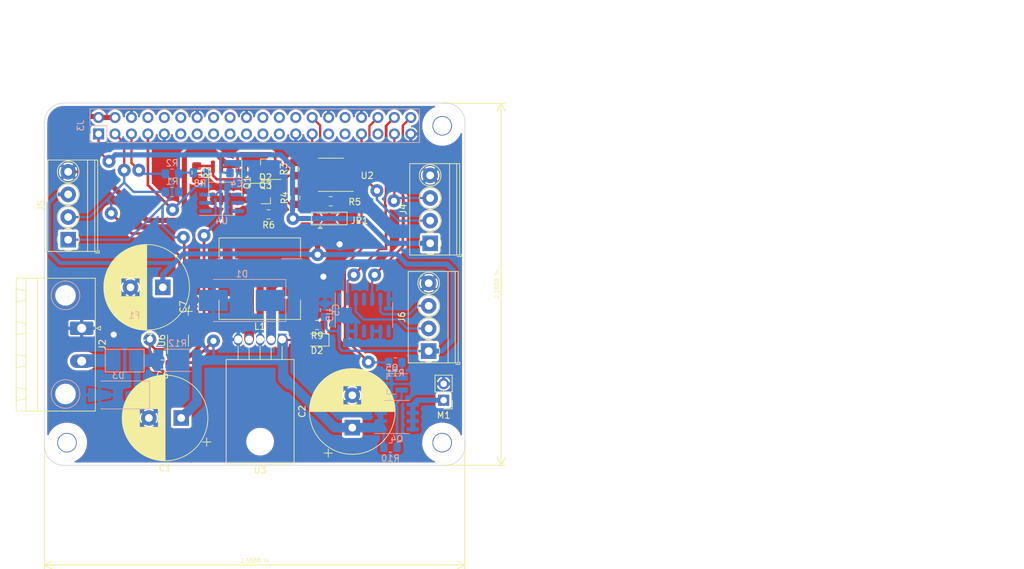
<source format=kicad_pcb>
(kicad_pcb (version 20171130) (host pcbnew "(5.1.2)-1")
  (layers (0 F.Cu signal) (31 B.Cu signal) (34 B.Paste user) (35 F.Paste user) (36 B.SilkS user) (37 F.SilkS user) (38 B.Mask user) (39 F.Mask user) (44 Edge.Cuts user))
  (net 0 "")
  (net 1 GND)
  (net 2 /ID_SD_EEPROM)
  (net 3 /ID_SC_EEPROM)
  (net 4 "Net-(Q2-Pad1)")
  (net 5 /P5V_HAT)
  (net 6 "Net-(J3-Pad8)")
  (net 7 "Net-(J3-Pad10)")
  (net 8 "Net-(J3-Pad11)")
  (net 9 "Net-(J3-Pad12)")
  (net 10 "Net-(J3-Pad13)")
  (net 11 "Net-(J3-Pad15)")
  (net 12 "Net-(J3-Pad16)")
  (net 13 "Net-(J3-Pad17)")
  (net 14 "Net-(J3-Pad18)")
  (net 15 "Net-(J3-Pad19)")
  (net 16 "Net-(J3-Pad21)")
  (net 17 "Net-(J3-Pad22)")
  (net 18 "Net-(J3-Pad23)")
  (net 19 "Net-(J3-Pad24)")
  (net 20 "Net-(J3-Pad26)")
  (net 21 "Net-(J3-Pad29)")
  (net 22 "Net-(J3-Pad31)")
  (net 23 "Net-(J3-Pad32)")
  (net 24 "Net-(J3-Pad35)")
  (net 25 +24V)
  (net 26 +5V)
  (net 27 +3V3)
  (net 28 "Net-(C6-Pad2)")
  (net 29 "Net-(D1-Pad1)")
  (net 30 "/Hat power/VIN")
  (net 31 "Net-(D2-Pad1)")
  (net 32 /SDA)
  (net 33 /SCL)
  (net 34 /temp)
  (net 35 /PWM_FAN)
  (net 36 /GPIO16)
  (net 37 /GPIO26)
  (net 38 /LED_MOSI)
  (net 39 /LED_SCLK)
  (net 40 /DotStar_clock)
  (net 41 /Dotstar_data)
  (net 42 "Net-(JP1-Pad2)")
  (net 43 "Net-(M1-Pad1)")
  (net 44 "Net-(Q1-Pad4)")
  (net 45 "Net-(Q4-Pad4)")
  (net 46 "Net-(Q5-Pad1)")
  (net 47 "Net-(R5-Pad1)")
  (net 48 "Net-(U4-Pad8)")
  (net 49 "Net-(U4-Pad7)")
  (net 50 "Net-(U4-Pad6)")
  (net 51 "Net-(U4-Pad2)")
  (net 52 "Net-(U4-Pad1)")
  (net 53 "Net-(U5-Pad11)")
  (net 54 "Net-(U5-Pad8)")
  (net 55 "Net-(U5-Pad4)")
  (net 56 "Net-(U5-Pad1)")
  (module Diode_SMD:D_SMA-SMB_Universal_Handsoldering (layer B.Cu) (at 89.9668 105.9434 180)
    (fp_text reference D3 (at 0 3) (layer B.SilkS) (effects (justify mirror)))
    (fp_text value D_Schottky)
    (pad 2 smd trapezoid (at 2.9 0) (size 3.6 1.7) (rect_delta 0.6 0) (layers B.Cu B.Paste B.Mask) (net 1 GND))
    (pad 1 smd trapezoid (at -2.9 0 180) (size 3.6 1.7) (rect_delta 0.6 0) (layers B.Cu B.Paste B.Mask) (net 28 "Net-(C6-Pad2)"))
  )
  (module Package_TO_SOT_SMD:SOT-23_Handsoldering (layer B.Cu) (at 132.2578 104.2416 180)
    (fp_text reference Q5 (at 0 2.5) (layer B.SilkS) (effects (justify mirror)))
    (fp_text value BSS138)
    (pad 3 smd rect (at 1.5 0 180) (size 1.9 0.8) (layers B.Cu B.Paste B.Mask) (net 1 GND))
    (pad 2 smd rect (at -1.5 -0.95 180) (size 1.9 0.8) (layers B.Cu B.Paste B.Mask) (net 45 "Net-(Q4-Pad4)"))
    (pad 1 smd rect (at -1.5 0.95 180) (size 1.9 0.8) (layers B.Cu B.Paste B.Mask) (net 46 "Net-(Q5-Pad1)"))
  )
  (module Resistor_SMD:R_0805_2012Metric_Pad1.15x1.40mm_HandSolder (layer F.Cu) (at 120.7008 95.123 180)
    (fp_text reference R9 (at 0 -1.65) (layer F.SilkS))
    (fp_text value 10K)
    (pad 2 smd roundrect (at 1.025 0 180) (size 1.15 1.4) (layers F.Cu F.Paste F.Mask) (roundrect_rratio 0.217391) (net 1 GND))
    (pad 1 smd roundrect (at -1.025 0 180) (size 1.15 1.4) (layers F.Cu F.Paste F.Mask) (roundrect_rratio 0.217391) (net 31 "Net-(D2-Pad1)"))
  )
  (module LED_SMD:LED_0805_2012Metric_Pad1.15x1.40mm_HandSolder (layer F.Cu) (at 120.6754 97.4344 180)
    (fp_text reference D2 (at 0 -1.65) (layer F.SilkS))
    (fp_text value LED)
    (pad 2 smd roundrect (at 1.025 0 180) (size 1.15 1.4) (layers F.Cu F.Paste F.Mask) (roundrect_rratio 0.217391) (net 25 +24V))
    (pad 1 smd roundrect (at -1.025 0 180) (size 1.15 1.4) (layers F.Cu F.Paste F.Mask) (roundrect_rratio 0.217391) (net 31 "Net-(D2-Pad1)"))
  )
  (module Resistor_SMD:R_0805_2012Metric_Pad1.15x1.40mm_HandSolder (layer B.Cu) (at 98.2726 71.755 180)
    (fp_text reference R2 (at 0 1.65) (layer B.SilkS) (effects (justify mirror)))
    (fp_text value 4k7)
    (pad 2 smd roundrect (at 1.025 0 180) (size 1.15 1.4) (layers B.Cu B.Paste B.Mask) (roundrect_rratio 0.217391) (net 33 /SCL))
    (pad 1 smd roundrect (at -1.025 0 180) (size 1.15 1.4) (layers B.Cu B.Paste B.Mask) (roundrect_rratio 0.217391) (net 27 +3V3))
  )
  (module Resistor_SMD:R_0805_2012Metric_Pad1.15x1.40mm_HandSolder (layer B.Cu) (at 98.2816 74.5744 180)
    (fp_text reference R1 (at 0 1.65) (layer B.SilkS) (effects (justify mirror)))
    (fp_text value 4k7)
    (pad 2 smd roundrect (at 1.025 0 180) (size 1.15 1.4) (layers B.Cu B.Paste B.Mask) (roundrect_rratio 0.217391) (net 32 /SDA))
    (pad 1 smd roundrect (at -1.025 0 180) (size 1.15 1.4) (layers B.Cu B.Paste B.Mask) (roundrect_rratio 0.217391) (net 27 +3V3))
  )
  (module Package_TO_SOT_THT:TO-220F-5_Horizontal_TabDown (layer F.Cu) (at 115.2906 97.3582 180)
    (fp_text reference U3 (at 3.4 -20.22) (layer F.SilkS))
    (fp_text value LM2576HVS-5)
    (pad 5 thru_hole oval (at 6.8 0 180) (size 1.275 1.8) (drill 1.2) (layers *.Cu *.Mask) (net 1 GND))
    (pad 4 thru_hole oval (at 5.1 0 180) (size 1.275 1.8) (drill 1.2) (layers *.Cu *.Mask) (net 26 +5V))
    (pad 3 thru_hole oval (at 3.4 0 180) (size 1.275 1.8) (drill 1.2) (layers *.Cu *.Mask) (net 1 GND))
    (pad 2 thru_hole oval (at 1.7 0 180) (size 1.275 1.8) (drill 1.2) (layers *.Cu *.Mask) (net 29 "Net-(D1-Pad1)"))
    (pad 1 thru_hole rect (at 0 0 180) (size 1.275 1.8) (drill 1.2) (layers *.Cu *.Mask) (net 25 +24V))
    (pad "" np_thru_hole oval (at 3.4 -15.8 180) (size 3.5 3.5) (drill 3.5) (layers *.Cu *.Mask))
  )
  (module Libs:LittleFuse_110F_24V (layer B.Cu) (at 92.456 100.6348 180)
    (fp_text reference F1 (at 0 7 180) (layer B.SilkS) (effects (justify mirror)))
    (fp_text value Polyfuse)
    (pad 2 smd trapezoid (at 3.25 0 180) (size 2.2 3.2) (layers B.Cu B.Paste B.Mask) (net 30 "/Hat power/VIN"))
    (pad 1 smd trapezoid (at -0.25 0 180) (size 2.2 3.2) (layers B.Cu B.Paste B.Mask) (net 28 "Net-(C6-Pad2)"))
  )
  (module Connector_PinHeader_2.54mm:PinHeader_1x02_P2.54mm_Vertical (layer F.Cu) (at 140.2588 106.7562 180)
    (fp_text reference M1 (at 0 -2.33) (layer F.SilkS))
    (fp_text value Fan)
    (pad 2 thru_hole oval (at 0 2.54 180) (size 1.7 1.7) (drill 1) (layers *.Cu *.Mask) (net 1 GND))
    (pad 1 thru_hole rect (at 0 0 180) (size 1.7 1.7) (drill 1) (layers *.Cu *.Mask) (net 43 "Net-(M1-Pad1)"))
  )
  (module Package_TO_SOT_SMD:SOT-23-8_Handsoldering (layer F.Cu) (at 99.187 97.536 90)
    (fp_text reference U6 (at 0 -2.5 270) (layer F.SilkS))
    (fp_text value INA219)
    (pad 8 smd rect (at 1.35 -0.98 90) (size 1.56 0.4) (layers F.Cu F.Paste F.Mask) (net 1 GND))
    (pad 7 smd rect (at 1.35 -0.33 90) (size 1.56 0.4) (layers F.Cu F.Paste F.Mask) (net 1 GND))
    (pad 6 smd rect (at 1.35 0.33 90) (size 1.56 0.4) (layers F.Cu F.Paste F.Mask) (net 32 /SDA))
    (pad 5 smd rect (at 1.35 0.98 90) (size 1.56 0.4) (layers F.Cu F.Paste F.Mask) (net 33 /SCL))
    (pad 4 smd rect (at -1.35 0.98 90) (size 1.56 0.4) (layers F.Cu F.Paste F.Mask) (net 27 +3V3))
    (pad 3 smd rect (at -1.35 0.33 90) (size 1.56 0.4) (layers F.Cu F.Paste F.Mask) (net 1 GND))
    (pad 2 smd rect (at -1.35 -0.33 90) (size 1.56 0.4) (layers F.Cu F.Paste F.Mask) (net 25 +24V))
    (pad 1 smd rect (at -1.35 -0.98 90) (size 1.56 0.4) (layers F.Cu F.Paste F.Mask) (net 28 "Net-(C6-Pad2)"))
  )
  (module Package_SO:SOIC-14_3.9x8.7mm_P1.27mm (layer B.Cu) (at 127.9398 93.599 270)
    (fp_text reference U5 (at 0 5.28 90) (layer B.SilkS) (effects (justify mirror)))
    (fp_text value 74LVC125)
    (pad 14 smd roundrect (at 2.475 3.81 270) (size 1.95 0.6) (layers B.Cu B.Paste B.Mask) (net 26 +5V))
    (pad 13 smd roundrect (at 2.475 2.54 270) (size 1.95 0.6) (layers B.Cu B.Paste B.Mask) (net 1 GND))
    (pad 12 smd roundrect (at 2.475 1.27 270) (size 1.95 0.6) (layers B.Cu B.Paste B.Mask) (net 1 GND))
    (pad 11 smd roundrect (at 2.475 0 270) (size 1.95 0.6) (layers B.Cu B.Paste B.Mask) (net 53 "Net-(U5-Pad11)"))
    (pad 10 smd roundrect (at 2.475 -1.27 270) (size 1.95 0.6) (layers B.Cu B.Paste B.Mask) (net 1 GND))
    (pad 9 smd roundrect (at 2.475 -2.54 270) (size 1.95 0.6) (layers B.Cu B.Paste B.Mask) (net 1 GND))
    (pad 8 smd roundrect (at 2.475 -3.81 270) (size 1.95 0.6) (layers B.Cu B.Paste B.Mask) (net 54 "Net-(U5-Pad8)"))
    (pad 7 smd roundrect (at -2.475 -3.81 270) (size 1.95 0.6) (layers B.Cu B.Paste B.Mask) (net 1 GND))
    (pad 6 smd roundrect (at -2.475 -2.54 270) (size 1.95 0.6) (layers B.Cu B.Paste B.Mask) (net 40 /DotStar_clock))
    (pad 5 smd roundrect (at -2.475 -1.27 270) (size 1.95 0.6) (layers B.Cu B.Paste B.Mask) (net 39 /LED_SCLK))
    (pad 4 smd roundrect (at -2.475 0 270) (size 1.95 0.6) (layers B.Cu B.Paste B.Mask) (net 55 "Net-(U5-Pad4)"))
    (pad 3 smd roundrect (at -2.475 1.27 270) (size 1.95 0.6) (layers B.Cu B.Paste B.Mask) (net 41 /Dotstar_data))
    (pad 2 smd roundrect (at -2.475 2.54 270) (size 1.95 0.6) (layers B.Cu B.Paste B.Mask) (net 38 /LED_MOSI))
    (pad 1 smd roundrect (at -2.475 3.81 270) (size 1.95 0.6) (layers B.Cu B.Paste B.Mask) (net 56 "Net-(U5-Pad1)"))
  )
  (module Package_SO:SOIC-8_3.9x4.9mm_P1.27mm (layer B.Cu) (at 105.9434 75.6158)
    (fp_text reference U4 (at 0 3.4) (layer B.SilkS) (effects (justify mirror)))
    (fp_text value DS18S20Z)
    (pad 8 smd roundrect (at 2.475 1.905) (size 1.95 0.6) (layers B.Cu B.Paste B.Mask) (net 48 "Net-(U4-Pad8)"))
    (pad 7 smd roundrect (at 2.475 0.635) (size 1.95 0.6) (layers B.Cu B.Paste B.Mask) (net 49 "Net-(U4-Pad7)"))
    (pad 6 smd roundrect (at 2.475 -0.635) (size 1.95 0.6) (layers B.Cu B.Paste B.Mask) (net 50 "Net-(U4-Pad6)"))
    (pad 5 smd roundrect (at 2.475 -1.905) (size 1.95 0.6) (layers B.Cu B.Paste B.Mask) (net 1 GND))
    (pad 4 smd roundrect (at -2.475 -1.905) (size 1.95 0.6) (layers B.Cu B.Paste B.Mask) (net 34 /temp))
    (pad 3 smd roundrect (at -2.475 -0.635) (size 1.95 0.6) (layers B.Cu B.Paste B.Mask) (net 27 +3V3))
    (pad 2 smd roundrect (at -2.475 0.635) (size 1.95 0.6) (layers B.Cu B.Paste B.Mask) (net 51 "Net-(U4-Pad2)"))
    (pad 1 smd roundrect (at -2.475 1.905) (size 1.95 0.6) (layers B.Cu B.Paste B.Mask) (net 52 "Net-(U4-Pad1)"))
  )
  (module Package_SO:SOIC-8_3.9x4.9mm_P1.27mm (layer F.Cu) (at 122.8456 71.9074 180)
    (fp_text reference U2 (at -5.6022 -0.127) (layer F.SilkS))
    (fp_text value M24C01-WMN)
    (pad 8 smd roundrect (at 2.475 -1.905 180) (size 1.95 0.6) (layers F.Cu F.Paste F.Mask) (net 27 +3V3))
    (pad 7 smd roundrect (at 2.475 -0.635 180) (size 1.95 0.6) (layers F.Cu F.Paste F.Mask) (net 47 "Net-(R5-Pad1)"))
    (pad 6 smd roundrect (at 2.475 0.635 180) (size 1.95 0.6) (layers F.Cu F.Paste F.Mask) (net 3 /ID_SC_EEPROM))
    (pad 5 smd roundrect (at 2.475 1.905 180) (size 1.95 0.6) (layers F.Cu F.Paste F.Mask) (net 2 /ID_SD_EEPROM))
    (pad 4 smd roundrect (at -2.475 1.905 180) (size 1.95 0.6) (layers F.Cu F.Paste F.Mask) (net 1 GND))
    (pad 3 smd roundrect (at -2.475 0.635 180) (size 1.95 0.6) (layers F.Cu F.Paste F.Mask) (net 1 GND))
    (pad 2 smd roundrect (at -2.475 -0.635 180) (size 1.95 0.6) (layers F.Cu F.Paste F.Mask) (net 1 GND))
    (pad 1 smd roundrect (at -2.475 -1.905 180) (size 1.95 0.6) (layers F.Cu F.Paste F.Mask) (net 1 GND))
  )
  (module Resistor_SMD:R_2512_6332Metric_Pad1.52x3.35mm_HandSolder (layer B.Cu) (at 99.1362 100.584 180)
    (fp_text reference R12 (at 0 2.62) (layer B.SilkS) (effects (justify mirror)))
    (fp_text value 0R1)
    (pad 2 smd roundrect (at 2.9875 0 180) (size 1.525 3.35) (layers B.Cu B.Paste B.Mask) (roundrect_rratio 0.163934) (net 28 "Net-(C6-Pad2)"))
    (pad 1 smd roundrect (at -2.9875 0 180) (size 1.525 3.35) (layers B.Cu B.Paste B.Mask) (roundrect_rratio 0.163934) (net 25 +24V))
  )
  (module Resistor_SMD:R_0805_2012Metric_Pad1.15x1.40mm_HandSolder (layer B.Cu) (at 132.7912 100.9142)
    (fp_text reference R11 (at 0 1.65) (layer B.SilkS) (effects (justify mirror)))
    (fp_text value 10K)
    (pad 2 smd roundrect (at 1.025 0) (size 1.15 1.4) (layers B.Cu B.Paste B.Mask) (roundrect_rratio 0.217391) (net 46 "Net-(Q5-Pad1)"))
    (pad 1 smd roundrect (at -1.025 0) (size 1.15 1.4) (layers B.Cu B.Paste B.Mask) (roundrect_rratio 0.217391) (net 35 /PWM_FAN))
  )
  (module Resistor_SMD:R_0805_2012Metric_Pad1.15x1.40mm_HandSolder (layer B.Cu) (at 132.0292 114.0714)
    (fp_text reference R10 (at 0 1.65) (layer B.SilkS) (effects (justify mirror)))
    (fp_text value 10K)
    (pad 2 smd roundrect (at 1.025 0) (size 1.15 1.4) (layers B.Cu B.Paste B.Mask) (roundrect_rratio 0.217391) (net 45 "Net-(Q4-Pad4)"))
    (pad 1 smd roundrect (at -1.025 0) (size 1.15 1.4) (layers B.Cu B.Paste B.Mask) (roundrect_rratio 0.217391) (net 25 +24V))
  )
  (module Resistor_SMD:R_0805_2012Metric_Pad1.15x1.40mm_HandSolder (layer B.Cu) (at 102.5906 71.5772)
    (fp_text reference R8 (at 0 1.65) (layer B.SilkS) (effects (justify mirror)))
    (fp_text value 4k7)
    (pad 2 smd roundrect (at 1.025 0) (size 1.15 1.4) (layers B.Cu B.Paste B.Mask) (roundrect_rratio 0.217391) (net 34 /temp))
    (pad 1 smd roundrect (at -1.025 0) (size 1.15 1.4) (layers B.Cu B.Paste B.Mask) (roundrect_rratio 0.217391) (net 27 +3V3))
  )
  (module Resistor_SMD:R_0805_2012Metric_Pad1.15x1.40mm_HandSolder (layer F.Cu) (at 102.0826 71.5772 270)
    (fp_text reference R7 (at 0 -1.65 90) (layer F.SilkS))
    (fp_text value 47K)
    (pad 2 smd roundrect (at 1.025 0 270) (size 1.15 1.4) (layers F.Cu F.Paste F.Mask) (roundrect_rratio 0.217391) (net 1 GND))
    (pad 1 smd roundrect (at -1.025 0 270) (size 1.15 1.4) (layers F.Cu F.Paste F.Mask) (roundrect_rratio 0.217391) (net 44 "Net-(Q1-Pad4)"))
  )
  (module Resistor_SMD:R_0805_2012Metric_Pad1.15x1.40mm_HandSolder (layer F.Cu) (at 113.2078 78.0288 180)
    (fp_text reference R6 (at 0 -1.65) (layer F.SilkS))
    (fp_text value 10K)
    (pad 2 smd roundrect (at 1.025 0 180) (size 1.15 1.4) (layers F.Cu F.Paste F.Mask) (roundrect_rratio 0.217391) (net 1 GND))
    (pad 1 smd roundrect (at -1.025 0 180) (size 1.15 1.4) (layers F.Cu F.Paste F.Mask) (roundrect_rratio 0.217391) (net 4 "Net-(Q2-Pad1)"))
  )
  (module Resistor_SMD:R_0805_2012Metric_Pad1.15x1.40mm_HandSolder (layer F.Cu) (at 122.809 75.9968)
    (fp_text reference R5 (at 3.7084 0.1016) (layer F.SilkS))
    (fp_text value 10K)
    (pad 2 smd roundrect (at 1.025 0) (size 1.15 1.4) (layers F.Cu F.Paste F.Mask) (roundrect_rratio 0.217391) (net 42 "Net-(JP1-Pad2)"))
    (pad 1 smd roundrect (at -1.025 0) (size 1.15 1.4) (layers F.Cu F.Paste F.Mask) (roundrect_rratio 0.217391) (net 47 "Net-(R5-Pad1)"))
  )
  (module Resistor_SMD:R_0805_2012Metric_Pad1.15x1.40mm_HandSolder (layer F.Cu) (at 117.3226 75.4634 90)
    (fp_text reference R4 (at 0 -1.65 90) (layer F.SilkS))
    (fp_text value 3.9K)
    (pad 2 smd roundrect (at 1.025 0 90) (size 1.15 1.4) (layers F.Cu F.Paste F.Mask) (roundrect_rratio 0.217391) (net 3 /ID_SC_EEPROM))
    (pad 1 smd roundrect (at -1.025 0 90) (size 1.15 1.4) (layers F.Cu F.Paste F.Mask) (roundrect_rratio 0.217391) (net 27 +3V3))
  )
  (module Resistor_SMD:R_0805_2012Metric_Pad1.15x1.40mm_HandSolder (layer F.Cu) (at 117.1956 71.0184 90)
    (fp_text reference R3 (at 0 -1.65 90) (layer F.SilkS))
    (fp_text value 3.9K)
    (pad 2 smd roundrect (at 1.025 0 90) (size 1.15 1.4) (layers F.Cu F.Paste F.Mask) (roundrect_rratio 0.217391) (net 2 /ID_SD_EEPROM))
    (pad 1 smd roundrect (at -1.025 0 90) (size 1.15 1.4) (layers F.Cu F.Paste F.Mask) (roundrect_rratio 0.217391) (net 27 +3V3))
  )
  (module Package_SO:SOIC-8_3.9x4.9mm_P1.27mm (layer B.Cu) (at 133.0198 109.347)
    (fp_text reference Q4 (at 0 3.4 180) (layer B.SilkS) (effects (justify mirror)))
    (fp_text value Si4435)
    (pad 8 smd roundrect (at 2.475 1.905) (size 1.95 0.6) (layers B.Cu B.Paste B.Mask) (net 43 "Net-(M1-Pad1)"))
    (pad 7 smd roundrect (at 2.475 0.635) (size 1.95 0.6) (layers B.Cu B.Paste B.Mask) (net 43 "Net-(M1-Pad1)"))
    (pad 6 smd roundrect (at 2.475 -0.635) (size 1.95 0.6) (layers B.Cu B.Paste B.Mask) (net 43 "Net-(M1-Pad1)"))
    (pad 5 smd roundrect (at 2.475 -1.905) (size 1.95 0.6) (layers B.Cu B.Paste B.Mask) (net 43 "Net-(M1-Pad1)"))
    (pad 4 smd roundrect (at -2.475 -1.905) (size 1.95 0.6) (layers B.Cu B.Paste B.Mask) (net 45 "Net-(Q4-Pad4)"))
    (pad 3 smd roundrect (at -2.475 -0.635) (size 1.95 0.6) (layers B.Cu B.Paste B.Mask) (net 25 +24V))
    (pad 2 smd roundrect (at -2.475 0.635) (size 1.95 0.6) (layers B.Cu B.Paste B.Mask) (net 25 +24V))
    (pad 1 smd roundrect (at -2.475 1.905) (size 1.95 0.6) (layers B.Cu B.Paste B.Mask) (net 25 +24V))
  )
  (module Package_TO_SOT_SMD:SOT-23_Handsoldering (layer F.Cu) (at 112.7252 71.0438 180)
    (fp_text reference Q3 (at 0 -2.5) (layer F.SilkS))
    (fp_text value BC857)
    (pad 3 smd rect (at 1.5 0 180) (size 1.9 0.8) (layers F.Cu F.Paste F.Mask) (net 44 "Net-(Q1-Pad4)"))
    (pad 2 smd rect (at -1.5 0.95 180) (size 1.9 0.8) (layers F.Cu F.Paste F.Mask) (net 5 /P5V_HAT))
    (pad 1 smd rect (at -1.5 -0.95 180) (size 1.9 0.8) (layers F.Cu F.Paste F.Mask) (net 4 "Net-(Q2-Pad1)"))
  )
  (module Package_TO_SOT_SMD:SOT-23_Handsoldering (layer F.Cu) (at 112.7252 74.803)
    (fp_text reference Q2 (at 0 -2.5) (layer F.SilkS))
    (fp_text value BC857)
    (pad 3 smd rect (at 1.5 0) (size 1.9 0.8) (layers F.Cu F.Paste F.Mask) (net 4 "Net-(Q2-Pad1)"))
    (pad 2 smd rect (at -1.5 0.95) (size 1.9 0.8) (layers F.Cu F.Paste F.Mask) (net 26 +5V))
    (pad 1 smd rect (at -1.5 -0.95) (size 1.9 0.8) (layers F.Cu F.Paste F.Mask) (net 4 "Net-(Q2-Pad1)"))
  )
  (module Package_SO:SOIC-8_3.9x4.9mm_P1.27mm (layer F.Cu) (at 106.5022 73.152 270)
    (fp_text reference Q1 (at 0 -3.4 90) (layer F.SilkS))
    (fp_text value Si4435)
    (pad 8 smd roundrect (at 2.475 -1.905 270) (size 1.95 0.6) (layers F.Cu F.Paste F.Mask) (net 26 +5V))
    (pad 7 smd roundrect (at 2.475 -0.635 270) (size 1.95 0.6) (layers F.Cu F.Paste F.Mask) (net 26 +5V))
    (pad 6 smd roundrect (at 2.475 0.635 270) (size 1.95 0.6) (layers F.Cu F.Paste F.Mask) (net 26 +5V))
    (pad 5 smd roundrect (at 2.475 1.905 270) (size 1.95 0.6) (layers F.Cu F.Paste F.Mask) (net 26 +5V))
    (pad 4 smd roundrect (at -2.475 1.905 270) (size 1.95 0.6) (layers F.Cu F.Paste F.Mask) (net 44 "Net-(Q1-Pad4)"))
    (pad 3 smd roundrect (at -2.475 0.635 270) (size 1.95 0.6) (layers F.Cu F.Paste F.Mask) (net 5 /P5V_HAT))
    (pad 2 smd roundrect (at -2.475 -0.635 270) (size 1.95 0.6) (layers F.Cu F.Paste F.Mask) (net 5 /P5V_HAT))
    (pad 1 smd roundrect (at -2.475 -1.905 270) (size 1.95 0.6) (layers F.Cu F.Paste F.Mask) (net 5 /P5V_HAT))
  )
  (module Inductor_SMD:L_12x12mm_H8mm (layer F.Cu) (at 111.8362 87.9602 180)
    (fp_text reference L1 (at 0 -7.4) (layer F.SilkS))
    (fp_text value 100uH)
    (pad 2 smd rect (at 4.95 0 180) (size 2.9 5.4) (layers F.Cu F.Paste F.Mask) (net 26 +5V))
    (pad 1 smd rect (at -4.95 0 180) (size 2.9 5.4) (layers F.Cu F.Paste F.Mask) (net 29 "Net-(D1-Pad1)"))
  )
  (module Jumper:SolderJumper-3_P2.0mm_Open_TrianglePad1.0x1.5mm (layer F.Cu) (at 122.5804 78.6892)
    (fp_text reference JP1 (at 4.6736 0.3048) (layer F.SilkS))
    (fp_text value "Write ena")
    (pad 3 smd custom (at 2 0 180) (size 0.3 0.3) (layers F.Cu F.Mask) (net 1 GND) (options (clearance outline) (anchor rect)) (primitives (gr_poly (pts (xy -0.5 -0.75) (xy 0.5 -0.75) (xy 1 0) (xy 0.5 0.75) (xy -0.5 0.75)) (width 0))))
    (pad 2 smd custom (at 0 0) (size 0.3 0.3) (layers F.Cu) (net 42 "Net-(JP1-Pad2)") (options (clearance outline) (anchor rect)) (primitives (gr_poly (pts (xy -1.2 -0.75) (xy 1.2 -0.75) (xy 0.7 0) (xy 1.2 0.75) (xy -1.2 0.75) (xy -0.7 0)) (width 0))))
    (pad 1 smd custom (at -2 0) (size 0.3 0.3) (layers F.Cu F.Mask) (net 27 +3V3) (options (clearance outline) (anchor rect)) (primitives (gr_poly (pts (xy -0.5 -0.75) (xy 0.5 -0.75) (xy 1 0) (xy 0.5 0.75) (xy -0.5 0.75)) (width 0))))
  )
  (module TerminalBlock_Phoenix:TerminalBlock_Phoenix_PT-1,5-4-3.5-H_1x04_P3.50mm_Horizontal (layer F.Cu) (at 137.9474 99.1616 90)
    (fp_text reference J6 (at 5.25 -4.16 90) (layer F.SilkS))
    (fp_text value DotStar)
    (pad 4 thru_hole circle (at 10.5 0 90) (size 2.4 2.4) (drill 1.2) (layers *.Cu *.Mask) (net 1 GND))
    (pad 3 thru_hole circle (at 7 0 90) (size 2.4 2.4) (drill 1.2) (layers *.Cu *.Mask) (net 40 /DotStar_clock))
    (pad 2 thru_hole circle (at 3.5 0 90) (size 2.4 2.4) (drill 1.2) (layers *.Cu *.Mask) (net 41 /Dotstar_data))
    (pad 1 thru_hole rect (at 0 0 90) (size 2.4 2.4) (drill 1.2) (layers *.Cu *.Mask) (net 26 +5V))
  )
  (module TerminalBlock_Phoenix:TerminalBlock_Phoenix_PT-1,5-4-3.5-H_1x04_P3.50mm_Horizontal (layer F.Cu) (at 82.2198 81.9404 90)
    (fp_text reference J5 (at 5.25 -4.16 90) (layer F.SilkS))
    (fp_text value DISP)
    (pad 4 thru_hole circle (at 10.5 0 90) (size 2.4 2.4) (drill 1.2) (layers *.Cu *.Mask) (net 1 GND))
    (pad 3 thru_hole circle (at 7 0 90) (size 2.4 2.4) (drill 1.2) (layers *.Cu *.Mask) (net 26 +5V))
    (pad 2 thru_hole circle (at 3.5 0 90) (size 2.4 2.4) (drill 1.2) (layers *.Cu *.Mask) (net 32 /SDA))
    (pad 1 thru_hole rect (at 0 0 90) (size 2.4 2.4) (drill 1.2) (layers *.Cu *.Mask) (net 33 /SCL))
  )
  (module TerminalBlock_Phoenix:TerminalBlock_Phoenix_PT-1,5-4-3.5-H_1x04_P3.50mm_Horizontal (layer F.Cu) (at 138.176 82.4992 90)
    (fp_text reference J4 (at 5.25 -4.16 90) (layer F.SilkS))
    (fp_text value GPIO)
    (pad 4 thru_hole circle (at 10.5 0 90) (size 2.4 2.4) (drill 1.2) (layers *.Cu *.Mask) (net 1 GND))
    (pad 3 thru_hole circle (at 7 0 90) (size 2.4 2.4) (drill 1.2) (layers *.Cu *.Mask) (net 37 /GPIO26))
    (pad 2 thru_hole circle (at 3.5 0 90) (size 2.4 2.4) (drill 1.2) (layers *.Cu *.Mask) (net 36 /GPIO16))
    (pad 1 thru_hole rect (at 0 0 90) (size 2.4 2.4) (drill 1.2) (layers *.Cu *.Mask) (net 27 +3V3))
  )
  (module Connector_Phoenix_MSTB:PhoenixContact_MSTB_2,5_2-GF-5,08_1x02_P5.08mm_Horizontal_ThreadedFlange_MountHole (layer F.Cu) (at 84.3026 95.631 270)
    (fp_text reference J2 (at 2.54 -3.2 90) (layer F.SilkS))
    (fp_text value Vin)
    (pad "" np_thru_hole circle (at 10.16 2.5 270) (size 2.4 2.4) (drill 2.4) (layers *.Cu *.Mask))
    (pad "" np_thru_hole circle (at -5.08 2.5 270) (size 2.4 2.4) (drill 2.4) (layers *.Cu *.Mask))
    (pad 2 thru_hole oval (at 5.08 0 270) (size 2.08 3.6) (drill 1.4) (layers *.Cu *.Mask) (net 30 "/Hat power/VIN"))
    (pad 1 thru_hole roundrect (at 0 0 270) (size 2.08 3.6) (drill 1.4) (layers *.Cu *.Mask) (roundrect_rratio 0.120192) (net 1 GND))
  )
  (module Diode_SMD:D_SMC_Handsoldering (layer B.Cu) (at 109.0618 91.3384 180)
    (fp_text reference D1 (at 0 4.1) (layer B.SilkS) (effects (justify mirror)))
    (fp_text value D_Schottky)
    (pad 2 smd rect (at 4.4 0 90) (size 3.3 4.5) (layers B.Cu B.Paste B.Mask) (net 1 GND))
    (pad 1 smd rect (at -4.4 0 90) (size 3.3 4.5) (layers B.Cu B.Paste B.Mask) (net 29 "Net-(D1-Pad1)"))
  )
  (module Capacitor_SMD:C_0805_2012Metric_Pad1.15x1.40mm_HandSolder (layer F.Cu) (at 101.6508 92.329 90)
    (fp_text reference C7 (at 0 -1.65 90) (layer F.SilkS))
    (fp_text value C)
    (pad 2 smd roundrect (at 1.025 0 90) (size 1.15 1.4) (layers F.Cu F.Paste F.Mask) (roundrect_rratio 0.217391) (net 1 GND))
    (pad 1 smd roundrect (at -1.025 0 90) (size 1.15 1.4) (layers F.Cu F.Paste F.Mask) (roundrect_rratio 0.217391) (net 27 +3V3))
  )
  (module Capacitor_SMD:C_0805_2012Metric_Pad1.15x1.40mm_HandSolder (layer F.Cu) (at 96.7994 101.2444 180)
    (fp_text reference C6 (at 0 -1.65) (layer F.SilkS))
    (fp_text value 1n)
    (pad 2 smd roundrect (at 1.025 0 180) (size 1.15 1.4) (layers F.Cu F.Paste F.Mask) (roundrect_rratio 0.217391) (net 28 "Net-(C6-Pad2)"))
    (pad 1 smd roundrect (at -1.025 0 180) (size 1.15 1.4) (layers F.Cu F.Paste F.Mask) (roundrect_rratio 0.217391) (net 25 +24V))
  )
  (module Capacitor_SMD:C_0805_2012Metric_Pad1.15x1.40mm_HandSolder (layer B.Cu) (at 121.9454 92.8116 90)
    (fp_text reference C5 (at 0 1.65 90) (layer B.SilkS) (effects (justify mirror)))
    (fp_text value 100n)
    (pad 2 smd roundrect (at 1.025 0 90) (size 1.15 1.4) (layers B.Cu B.Paste B.Mask) (roundrect_rratio 0.217391) (net 1 GND))
    (pad 1 smd roundrect (at -1.025 0 90) (size 1.15 1.4) (layers B.Cu B.Paste B.Mask) (roundrect_rratio 0.217391) (net 26 +5V))
  )
  (module Capacitor_SMD:C_0805_2012Metric_Pad1.15x1.40mm_HandSolder (layer B.Cu) (at 108.2548 71.628)
    (fp_text reference C4 (at 0 1.65) (layer B.SilkS) (effects (justify mirror)))
    (fp_text value 100n)
    (pad 2 smd roundrect (at 1.025 0) (size 1.15 1.4) (layers B.Cu B.Paste B.Mask) (roundrect_rratio 0.217391) (net 1 GND))
    (pad 1 smd roundrect (at -1.025 0) (size 1.15 1.4) (layers B.Cu B.Paste B.Mask) (roundrect_rratio 0.217391) (net 27 +3V3))
  )
  (module Capacitor_THT:CP_Radial_D13.0mm_P5.00mm (layer F.Cu) (at 96.8502 89.3064 180)
    (fp_text reference C3 (at 2.5 -7.75) (layer F.SilkS))
    (fp_text value 1000uF)
    (pad 2 thru_hole circle (at 5 0 180) (size 2.4 2.4) (drill 1.2) (layers *.Cu *.Mask) (net 1 GND))
    (pad 1 thru_hole rect (at 0 0 180) (size 2.4 2.4) (drill 1.2) (layers *.Cu *.Mask) (net 26 +5V))
  )
  (module Capacitor_THT:CP_Radial_D13.0mm_P5.00mm (layer F.Cu) (at 126.1364 110.9942 90)
    (fp_text reference C2 (at 2.5 -7.75 90) (layer F.SilkS))
    (fp_text value "10uF 50V")
    (pad 2 thru_hole circle (at 5 0 90) (size 2.4 2.4) (drill 1.2) (layers *.Cu *.Mask) (net 1 GND))
    (pad 1 thru_hole rect (at 0 0 90) (size 2.4 2.4) (drill 1.2) (layers *.Cu *.Mask) (net 25 +24V))
  )
  (module Capacitor_THT:CP_Radial_D13.0mm_P5.00mm (layer F.Cu) (at 99.6912 109.4994 180)
    (fp_text reference C1 (at 2.5 -7.75) (layer F.SilkS))
    (fp_text value "100uF 50V")
    (pad 2 thru_hole circle (at 5 0 180) (size 2.4 2.4) (drill 1.2) (layers *.Cu *.Mask) (net 1 GND))
    (pad 1 thru_hole rect (at 0 0 180) (size 2.4 2.4) (drill 1.2) (layers *.Cu *.Mask) (net 25 +24V))
  )
  (module Connector_PinSocket_2.54mm:PinSocket_2x20_P2.54mm_Vertical (layer B.Cu) (at 86.92 65.59 270)
    (fp_text reference J3 (at -1.27 2.77 270) (layer B.SilkS) (effects (justify mirror)))
    (fp_text value 40HAT)
    (pad 1 thru_hole rect (at 0 0 270) (size 1.7 1.7) (drill 1) (layers *.Cu *.Mask) (net 27 +3V3))
    (pad 2 thru_hole oval (at -2.54 0 270) (size 1.7 1.7) (drill 1) (layers *.Cu *.Mask) (net 5 /P5V_HAT))
    (pad 3 thru_hole oval (at 0 -2.54 270) (size 1.7 1.7) (drill 1) (layers *.Cu *.Mask) (net 32 /SDA))
    (pad 4 thru_hole oval (at -2.54 -2.54 270) (size 1.7 1.7) (drill 1) (layers *.Cu *.Mask) (net 5 /P5V_HAT))
    (pad 5 thru_hole oval (at 0 -5.08 270) (size 1.7 1.7) (drill 1) (layers *.Cu *.Mask) (net 33 /SCL))
    (pad 6 thru_hole oval (at -2.54 -5.08 270) (size 1.7 1.7) (drill 1) (layers *.Cu *.Mask) (net 1 GND))
    (pad 7 thru_hole oval (at 0 -7.62 270) (size 1.7 1.7) (drill 1) (layers *.Cu *.Mask) (net 34 /temp))
    (pad 8 thru_hole oval (at -2.54 -7.62 270) (size 1.7 1.7) (drill 1) (layers *.Cu *.Mask) (net 6 "Net-(J3-Pad8)"))
    (pad 9 thru_hole oval (at 0 -10.16 270) (size 1.7 1.7) (drill 1) (layers *.Cu *.Mask) (net 1 GND))
    (pad 10 thru_hole oval (at -2.54 -10.16 270) (size 1.7 1.7) (drill 1) (layers *.Cu *.Mask) (net 7 "Net-(J3-Pad10)"))
    (pad 11 thru_hole oval (at 0 -12.7 270) (size 1.7 1.7) (drill 1) (layers *.Cu *.Mask) (net 8 "Net-(J3-Pad11)"))
    (pad 12 thru_hole oval (at -2.54 -12.7 270) (size 1.7 1.7) (drill 1) (layers *.Cu *.Mask) (net 9 "Net-(J3-Pad12)"))
    (pad 13 thru_hole oval (at 0 -15.24 270) (size 1.7 1.7) (drill 1) (layers *.Cu *.Mask) (net 10 "Net-(J3-Pad13)"))
    (pad 14 thru_hole oval (at -2.54 -15.24 270) (size 1.7 1.7) (drill 1) (layers *.Cu *.Mask) (net 1 GND))
    (pad 15 thru_hole oval (at 0 -17.78 270) (size 1.7 1.7) (drill 1) (layers *.Cu *.Mask) (net 11 "Net-(J3-Pad15)"))
    (pad 16 thru_hole oval (at -2.54 -17.78 270) (size 1.7 1.7) (drill 1) (layers *.Cu *.Mask) (net 12 "Net-(J3-Pad16)"))
    (pad 17 thru_hole oval (at 0 -20.32 270) (size 1.7 1.7) (drill 1) (layers *.Cu *.Mask) (net 13 "Net-(J3-Pad17)"))
    (pad 18 thru_hole oval (at -2.54 -20.32 270) (size 1.7 1.7) (drill 1) (layers *.Cu *.Mask) (net 14 "Net-(J3-Pad18)"))
    (pad 19 thru_hole oval (at 0 -22.86 270) (size 1.7 1.7) (drill 1) (layers *.Cu *.Mask) (net 15 "Net-(J3-Pad19)"))
    (pad 20 thru_hole oval (at -2.54 -22.86 270) (size 1.7 1.7) (drill 1) (layers *.Cu *.Mask) (net 1 GND))
    (pad 21 thru_hole oval (at 0 -25.4 270) (size 1.7 1.7) (drill 1) (layers *.Cu *.Mask) (net 16 "Net-(J3-Pad21)"))
    (pad 22 thru_hole oval (at -2.54 -25.4 270) (size 1.7 1.7) (drill 1) (layers *.Cu *.Mask) (net 17 "Net-(J3-Pad22)"))
    (pad 23 thru_hole oval (at 0 -27.94 270) (size 1.7 1.7) (drill 1) (layers *.Cu *.Mask) (net 18 "Net-(J3-Pad23)"))
    (pad 24 thru_hole oval (at -2.54 -27.94 270) (size 1.7 1.7) (drill 1) (layers *.Cu *.Mask) (net 19 "Net-(J3-Pad24)"))
    (pad 25 thru_hole oval (at 0 -30.48 270) (size 1.7 1.7) (drill 1) (layers *.Cu *.Mask) (net 1 GND))
    (pad 26 thru_hole oval (at -2.54 -30.48 270) (size 1.7 1.7) (drill 1) (layers *.Cu *.Mask) (net 20 "Net-(J3-Pad26)"))
    (pad 27 thru_hole oval (at 0 -33.02 270) (size 1.7 1.7) (drill 1) (layers *.Cu *.Mask) (net 2 /ID_SD_EEPROM))
    (pad 28 thru_hole oval (at -2.54 -33.02 270) (size 1.7 1.7) (drill 1) (layers *.Cu *.Mask) (net 3 /ID_SC_EEPROM))
    (pad 29 thru_hole oval (at 0 -35.56 270) (size 1.7 1.7) (drill 1) (layers *.Cu *.Mask) (net 21 "Net-(J3-Pad29)"))
    (pad 30 thru_hole oval (at -2.54 -35.56 270) (size 1.7 1.7) (drill 1) (layers *.Cu *.Mask) (net 1 GND))
    (pad 31 thru_hole oval (at 0 -38.1 270) (size 1.7 1.7) (drill 1) (layers *.Cu *.Mask) (net 22 "Net-(J3-Pad31)"))
    (pad 32 thru_hole oval (at -2.54 -38.1 270) (size 1.7 1.7) (drill 1) (layers *.Cu *.Mask) (net 23 "Net-(J3-Pad32)"))
    (pad 33 thru_hole oval (at 0 -40.64 270) (size 1.7 1.7) (drill 1) (layers *.Cu *.Mask) (net 35 /PWM_FAN))
    (pad 34 thru_hole oval (at -2.54 -40.64 270) (size 1.7 1.7) (drill 1) (layers *.Cu *.Mask) (net 1 GND))
    (pad 35 thru_hole oval (at 0 -43.18 270) (size 1.7 1.7) (drill 1) (layers *.Cu *.Mask) (net 24 "Net-(J3-Pad35)"))
    (pad 36 thru_hole oval (at -2.54 -43.18 270) (size 1.7 1.7) (drill 1) (layers *.Cu *.Mask) (net 36 /GPIO16))
    (pad 37 thru_hole oval (at 0 -45.72 270) (size 1.7 1.7) (drill 1) (layers *.Cu *.Mask) (net 37 /GPIO26))
    (pad 38 thru_hole oval (at -2.54 -45.72 270) (size 1.7 1.7) (drill 1) (layers *.Cu *.Mask) (net 38 /LED_MOSI))
    (pad 39 thru_hole oval (at 0 -48.26 270) (size 1.7 1.7) (drill 1) (layers *.Cu *.Mask) (net 1 GND))
    (pad 40 thru_hole oval (at -2.54 -48.26 270) (size 1.7 1.7) (drill 1) (layers *.Cu *.Mask) (net 39 /LED_SCLK))
  )
  (module project_footprints:NPTH_3mm_ID (layer F.Cu) (at 140.04 64.33)
    (fp_text reference H2 (at 0.06 0.09) (layer F.SilkS))
    (fp_text value 3mm_Mounting_Hole hide)
    (pad "" np_thru_hole circle (at 0 0) (size 3 3) (drill 2.75) (layers *.Cu *.Mask) (clearance 1.6))
  )
  (module project_footprints:NPTH_3mm_ID (layer F.Cu) (at 82.04 113.32)
    (fp_text reference H3 (at 0.06 0.09) (layer F.SilkS))
    (fp_text value 3mm_Mounting_Hole hide)
    (pad "" np_thru_hole circle (at 0 0) (size 3 3) (drill 2.75) (layers *.Cu *.Mask) (clearance 1.6))
  )
  (module project_footprints:NPTH_3mm_ID (layer F.Cu) (at 140.03 113.31)
    (fp_text reference H4 (at 0.06 0.09) (layer F.SilkS))
    (fp_text value 3mm_Mounting_Hole hide)
    (pad "" np_thru_hole circle (at 0 0) (size 3 3) (drill 2.75) (layers *.Cu *.Mask) (clearance 1.6))
  )
  (dimension 55.9562 (width 0.15) (layer F.SilkS) (gr_text "55.956 mm" (at 149.9888 88.8365 90) (layer F.SilkS) (effects (font (size 0.6 0.6) (thickness 0.09)))) (feature1 (pts (xy 139.9286 60.8584) (xy 149.735221 60.8584))) (feature2 (pts (xy 139.9286 116.8146) (xy 149.735221 116.8146))) (crossbar (pts (xy 149.1488 116.8146) (xy 149.1488 60.8584))) (arrow1a (pts (xy 149.1488 60.8584) (xy 149.735221 61.984904))) (arrow1b (pts (xy 149.1488 60.8584) (xy 148.562379 61.984904))) (arrow2a (pts (xy 149.1488 116.8146) (xy 149.735221 115.688096))) (arrow2b (pts (xy 149.1488 116.8146) (xy 148.562379 115.688096))))
  (dimension 64.9732 (width 0.15) (layer F.SilkS) (gr_text "64.973 mm" (at 111.0488 133.0724) (layer F.SilkS) (effects (font (size 0.6 0.6) (thickness 0.09)))) (feature1 (pts (xy 143.5354 113.0554) (xy 143.5354 132.818821))) (feature2 (pts (xy 78.5622 113.0554) (xy 78.5622 132.818821))) (crossbar (pts (xy 78.5622 132.2324) (xy 143.5354 132.2324))) (arrow1a (pts (xy 143.5354 132.2324) (xy 142.408896 132.818821))) (arrow1b (pts (xy 143.5354 132.2324) (xy 142.408896 131.645979))) (arrow2a (pts (xy 78.5622 132.2324) (xy 79.688704 132.818821))) (arrow2b (pts (xy 78.5622 132.2324) (xy 79.688704 131.645979))))
  (gr_line (start 78.546356 63.817611) (end 78.546356 113.817611) (layer Edge.Cuts) (width 0.1))
  (gr_arc (start 81.546356 63.817611) (end 81.546356 60.817611) (angle -90) (layer Edge.Cuts) (width 0.1))
  (gr_line (start 140.546356 60.817611) (end 81.546356 60.817611) (layer Edge.Cuts) (width 0.1))
  (gr_arc (start 140.546356 63.817611) (end 143.546356 63.817611) (angle -90) (layer Edge.Cuts) (width 0.1))
  (gr_line (start 143.546356 113.817611) (end 143.546356 63.817611) (layer Edge.Cuts) (width 0.1))
  (gr_arc (start 81.546356 113.817611) (end 78.546356 113.817611) (angle -90) (layer Edge.Cuts) (width 0.1))
  (gr_line (start 81.546356 116.817611) (end 140.546356 116.817611) (layer Edge.Cuts) (width 0.1))
  (gr_arc (start 140.546356 113.817611) (end 140.546356 116.817611) (angle -89.9) (layer Edge.Cuts) (width 0.1))
  (segment (start 130.4798 96.074) (end 129.2098 96.074) (width 0.4) (layer B.Cu) (net 1))
  (segment (start 126.6698 96.074) (end 125.3998 96.074) (width 0.4) (layer B.Cu) (net 1))
  (segment (start 84.8262 71.4404) (end 82.2198 71.4404) (width 0.4) (layer F.Cu) (net 1))
  (segment (start 93.1418 79.756) (end 84.8262 71.4404) (width 0.4) (layer F.Cu) (net 1))
  (segment (start 100.6094 79.756) (end 93.1418 79.756) (width 0.4) (layer F.Cu) (net 1))
  (segment (start 101.6508 91.304) (end 101.6508 80.7974) (width 0.4) (layer F.Cu) (net 1))
  (segment (start 101.6508 80.7974) (end 100.6094 79.756) (width 0.4) (layer F.Cu) (net 1))
  (via (at 89.2556 96.6216) (size 2) (drill 0.95) (layers F.Cu B.Cu) (net 1))
  (segment (start 91.8502 89.3064) (end 91.8502 94.027) (width 0.6) (layer B.Cu) (net 1))
  (segment (start 91.8502 94.027) (end 89.2556 96.6216) (width 0.6) (layer B.Cu) (net 1))
  (segment (start 98.207 96.186) (end 98.857 96.186) (width 0.35) (layer F.Cu) (net 1))
  (segment (start 99.517 97.756) (end 99.3478 97.5868) (width 0.35) (layer F.Cu) (net 1))
  (segment (start 99.517 98.886) (end 99.517 97.756) (width 0.35) (layer F.Cu) (net 1))
  (segment (start 99.3478 97.5868) (end 97.3328 97.5868) (width 0.35) (layer F.Cu) (net 1))
  (segment (start 112.1828 78.0288) (end 112.1828 79.4676) (width 0.4) (layer F.Cu) (net 1))
  (segment (start 112.1828 79.4676) (end 113.2332 80.518) (width 0.4) (layer F.Cu) (net 1))
  (via (at 124.183449 82.65179) (size 2) (drill 0.95) (layers F.Cu B.Cu) (net 1))
  (segment (start 115.3578 81.2038) (end 122.735459 81.2038) (width 0.4) (layer F.Cu) (net 1))
  (segment (start 123.18345 81.651791) (end 124.183449 82.65179) (width 0.4) (layer F.Cu) (net 1))
  (segment (start 122.735459 81.2038) (end 123.18345 81.651791) (width 0.4) (layer F.Cu) (net 1))
  (segment (start 112.1828 78.0288) (end 115.3578 81.2038) (width 0.4) (layer F.Cu) (net 1))
  (segment (start 136.747401 87.461601) (end 134.146801 87.461601) (width 0.8) (layer B.Cu) (net 1))
  (segment (start 137.9474 88.6616) (end 136.747401 87.461601) (width 0.8) (layer B.Cu) (net 1))
  (segment (start 134.146801 87.461601) (end 132.461 85.7758) (width 0.8) (layer B.Cu) (net 1))
  (segment (start 132.461 85.7758) (end 123.1392 85.7758) (width 0.8) (layer B.Cu) (net 1))
  (segment (start 123.1392 85.7758) (end 122.6312 86.2838) (width 0.8) (layer B.Cu) (net 1))
  (via (at 121.666 87.6554) (size 2) (drill 0.95) (layers F.Cu B.Cu) (net 1))
  (segment (start 122.6312 86.2838) (end 122.6312 86.6902) (width 0.8) (layer B.Cu) (net 1))
  (segment (start 122.6312 86.6902) (end 121.666 87.6554) (width 0.8) (layer B.Cu) (net 1))
  (segment (start 119.94 69.5718) (end 120.3706 70.0024) (width 0.35) (layer F.Cu) (net 2))
  (segment (start 119.94 65.59) (end 119.94 69.5718) (width 0.35) (layer F.Cu) (net 2))
  (segment (start 120.3616 69.9934) (end 120.3706 70.0024) (width 0.35) (layer F.Cu) (net 2))
  (segment (start 117.1956 69.9934) (end 120.3616 69.9934) (width 0.35) (layer F.Cu) (net 2))
  (segment (start 121.165001 64.275001) (end 121.165001 67.494801) (width 0.35) (layer F.Cu) (net 3))
  (segment (start 119.94 63.05) (end 121.165001 64.275001) (width 0.35) (layer F.Cu) (net 3))
  (segment (start 121.165001 67.494801) (end 122.428 68.7578) (width 0.35) (layer F.Cu) (net 3))
  (segment (start 122.428 68.7578) (end 122.428 71.0184) (width 0.35) (layer F.Cu) (net 3))
  (segment (start 122.174 71.2724) (end 120.3706 71.2724) (width 0.35) (layer F.Cu) (net 3))
  (segment (start 122.428 71.0184) (end 122.174 71.2724) (width 0.35) (layer F.Cu) (net 3))
  (segment (start 117.3226 74.4384) (end 118.5926 73.1684) (width 0.35) (layer F.Cu) (net 3))
  (segment (start 118.5926 73.1684) (end 118.5926 71.4502) (width 0.35) (layer F.Cu) (net 3))
  (segment (start 118.7704 71.2724) (end 120.3706 71.2724) (width 0.35) (layer F.Cu) (net 3))
  (segment (start 118.5926 71.4502) (end 118.7704 71.2724) (width 0.35) (layer F.Cu) (net 3))
  (segment (start 112.945 73.8784) (end 113.895 74.8284) (width 0.4) (layer F.Cu) (net 4))
  (segment (start 110.895 73.8784) (end 112.945 73.8784) (width 0.4) (layer F.Cu) (net 4))
  (segment (start 114.2252 74.4982) (end 113.895 74.8284) (width 0.4) (layer F.Cu) (net 4))
  (segment (start 114.2252 71.9938) (end 114.2252 74.4982) (width 0.4) (layer F.Cu) (net 4))
  (segment (start 114.4702 74.558) (end 114.2252 74.803) (width 0.4) (layer F.Cu) (net 4))
  (segment (start 114.2328 74.8106) (end 114.2252 74.803) (width 0.4) (layer F.Cu) (net 4))
  (segment (start 114.2328 78.0288) (end 114.2328 74.8106) (width 0.4) (layer F.Cu) (net 4))
  (segment (start 114.2252 69.2938) (end 113.5114 68.58) (width 0.4) (layer F.Cu) (net 5))
  (segment (start 114.2252 70.0938) (end 114.2252 69.2938) (width 0.4) (layer F.Cu) (net 5))
  (segment (start 113.5114 68.58) (end 108.8644 68.58) (width 0.4) (layer F.Cu) (net 5))
  (segment (start 108.4072 69.0372) (end 108.4072 70.677) (width 0.4) (layer F.Cu) (net 5))
  (segment (start 108.8644 68.58) (end 108.4072 69.0372) (width 0.4) (layer F.Cu) (net 5))
  (segment (start 105.8672 70.677) (end 107.1372 70.677) (width 0.4) (layer F.Cu) (net 5))
  (segment (start 108.4072 70.677) (end 107.1372 70.677) (width 0.4) (layer F.Cu) (net 5))
  (segment (start 89.46 63.05) (end 86.92 63.05) (width 0.8) (layer F.Cu) (net 5))
  (segment (start 106.76649 70.30629) (end 107.1372 70.677) (width 0.8) (layer F.Cu) (net 5))
  (segment (start 100.7872 68.3514) (end 104.8116 68.3514) (width 0.8) (layer F.Cu) (net 5))
  (segment (start 104.8116 68.3514) (end 106.76649 70.30629) (width 0.8) (layer F.Cu) (net 5))
  (segment (start 100.177402 78.396212) (end 100.177402 68.961198) (width 0.8) (layer F.Cu) (net 5))
  (segment (start 86.571481 62.8904) (end 85.3694 62.8904) (width 0.8) (layer F.Cu) (net 5))
  (segment (start 100.177402 68.961198) (end 100.7872 68.3514) (width 0.8) (layer F.Cu) (net 5))
  (segment (start 85.328299 62.906102) (end 84.8106 63.4238) (width 0.8) (layer F.Cu) (net 5))
  (segment (start 84.7852 63.6016) (end 84.7852 69.830286) (width 0.8) (layer F.Cu) (net 5))
  (segment (start 85.20022 69.796384) (end 94.359825 78.955989) (width 0.8) (layer F.Cu) (net 5))
  (segment (start 94.359825 78.955989) (end 99.617625 78.955989) (width 0.8) (layer F.Cu) (net 5))
  (segment (start 99.617625 78.955989) (end 100.177402 78.396212) (width 0.8) (layer F.Cu) (net 5))
  (segment (start 85.234122 69.830286) (end 94.359825 78.955989) (width 0.8) (layer F.Cu) (net 5))
  (segment (start 84.7852 69.830286) (end 85.234122 69.830286) (width 0.8) (layer F.Cu) (net 5))
  (segment (start 102.9862 100.584) (end 102.99671 100.57349) (width 1.5) (layer B.Cu) (net 25))
  (segment (start 102.1237 100.584) (end 102.9862 100.584) (width 1.5) (layer B.Cu) (net 25))
  (segment (start 115.42811 97.3582) (end 115.42811 100.57349) (width 1.5) (layer B.Cu) (net 25))
  (segment (start 115.3668 97.4344) (end 115.2906 97.3582) (width 0.35) (layer F.Cu) (net 25))
  (segment (start 119.6504 97.4344) (end 115.3668 97.4344) (width 0.35) (layer F.Cu) (net 25))
  (segment (start 115.2906 99.7582) (end 115.2906 97.3582) (width 1.5) (layer B.Cu) (net 25))
  (segment (start 130.5448 109.3104) (end 130.2982 109.0638) (width 0.8) (layer B.Cu) (net 25))
  (segment (start 130.5448 108.712) (end 130.5448 109.3104) (width 0.8) (layer B.Cu) (net 25))
  (segment (start 130.5448 109.3104) (end 130.5448 109.982) (width 0.8) (layer B.Cu) (net 25))
  (segment (start 131.0042 111.7114) (end 130.5448 111.252) (width 0.4) (layer B.Cu) (net 25))
  (segment (start 131.0042 114.0714) (end 131.0042 111.7114) (width 0.4) (layer B.Cu) (net 25))
  (segment (start 98.857 100.066) (end 99.7306 100.9396) (width 0.4) (layer F.Cu) (net 25))
  (segment (start 98.857 98.886) (end 98.857 100.066) (width 0.4) (layer F.Cu) (net 25))
  (via (at 104.6734 97.5868) (size 2) (drill 0.95) (layers F.Cu B.Cu) (net 25))
  (segment (start 99.7306 100.9396) (end 101.3206 100.9396) (width 0.4) (layer F.Cu) (net 25))
  (segment (start 101.3206 100.9396) (end 104.6734 97.5868) (width 0.4) (layer F.Cu) (net 25))
  (segment (start 104.71369 99.041303) (end 104.71369 100.57349) (width 0.4) (layer B.Cu) (net 25))
  (segment (start 104.6734 99.001013) (end 104.71369 99.041303) (width 0.4) (layer B.Cu) (net 25))
  (segment (start 104.6734 97.5868) (end 104.6734 99.001013) (width 0.4) (layer B.Cu) (net 25))
  (segment (start 102.99671 100.57349) (end 104.71369 100.57349) (width 1.5) (layer B.Cu) (net 25))
  (segment (start 104.71369 100.57349) (end 115.42811 100.57349) (width 1.5) (layer B.Cu) (net 25))
  (segment (start 98.8042 100.9396) (end 99.7306 100.9396) (width 0.4) (layer F.Cu) (net 25))
  (segment (start 98.4994 101.2444) (end 98.8042 100.9396) (width 0.4) (layer F.Cu) (net 25))
  (segment (start 97.8244 101.2444) (end 98.4994 101.2444) (width 0.4) (layer F.Cu) (net 25))
  (segment (start 115.42811 103.48591) (end 116.27051 104.32831) (width 1.5) (layer B.Cu) (net 25))
  (segment (start 115.42811 100.57349) (end 115.42811 103.48591) (width 1.5) (layer B.Cu) (net 25))
  (segment (start 123.4364 110.9942) (end 126.1364 110.9942) (width 1.5) (layer B.Cu) (net 25))
  (segment (start 115.42811 102.98591) (end 123.4364 110.9942) (width 1.5) (layer B.Cu) (net 25))
  (segment (start 115.42811 100.57349) (end 115.42811 102.98591) (width 1.5) (layer B.Cu) (net 25))
  (segment (start 130.5268 110.9942) (end 130.5448 111.0122) (width 1.5) (layer B.Cu) (net 25))
  (segment (start 126.1364 110.9942) (end 130.5268 110.9942) (width 1.5) (layer B.Cu) (net 25))
  (segment (start 130.5448 111.252) (end 130.5448 111.0122) (width 0.8) (layer B.Cu) (net 25))
  (segment (start 130.5448 111.0122) (end 130.5448 109.982) (width 0.8) (layer B.Cu) (net 25))
  (segment (start 102.1237 107.0669) (end 99.6912 109.4994) (width 1.5) (layer B.Cu) (net 25))
  (segment (start 102.1237 100.584) (end 102.1237 107.0669) (width 1.5) (layer B.Cu) (net 25))
  (segment (start 110.1906 88.8146) (end 110.1906 97.3582) (width 1.5) (layer F.Cu) (net 26))
  (segment (start 106.8862 87.9602) (end 109.3362 87.9602) (width 1.5) (layer F.Cu) (net 26))
  (segment (start 109.3362 87.9602) (end 110.1906 88.8146) (width 1.5) (layer F.Cu) (net 26))
  (segment (start 106.8862 83.7602) (end 106.8578 83.7318) (width 1.5) (layer F.Cu) (net 26))
  (segment (start 106.8862 87.9602) (end 106.8862 83.7602) (width 1.5) (layer F.Cu) (net 26))
  (segment (start 107.1372 78.0034) (end 107.1372 75.627) (width 1) (layer F.Cu) (net 26))
  (segment (start 106.8578 78.2828) (end 107.1372 78.0034) (width 1) (layer F.Cu) (net 26))
  (segment (start 108.5586 75.7784) (end 108.4072 75.627) (width 1) (layer F.Cu) (net 26))
  (segment (start 110.895 75.7784) (end 108.5586 75.7784) (width 1) (layer F.Cu) (net 26))
  (segment (start 104.5972 75.627) (end 105.8672 75.627) (width 1) (layer F.Cu) (net 26))
  (segment (start 107.1372 75.627) (end 105.8672 75.627) (width 1) (layer F.Cu) (net 26))
  (segment (start 108.4072 75.627) (end 107.1372 75.627) (width 1) (layer F.Cu) (net 26))
  (segment (start 136.3974 99.1616) (end 136.3466 99.1108) (width 0.35) (layer B.Cu) (net 26))
  (segment (start 137.9474 99.1616) (end 136.3974 99.1616) (width 0.35) (layer B.Cu) (net 26))
  (segment (start 136.3466 99.1108) (end 124.5616 99.1108) (width 0.35) (layer B.Cu) (net 26))
  (segment (start 124.1298 98.679) (end 124.1298 96.074) (width 0.35) (layer B.Cu) (net 26))
  (segment (start 124.5616 99.1108) (end 124.1298 98.679) (width 0.35) (layer B.Cu) (net 26))
  (via (at 120.777 84.2518) (size 2) (drill 0.95) (layers F.Cu B.Cu) (net 26))
  (segment (start 106.8578 83.7318) (end 106.8578 80.6196) (width 1.5) (layer F.Cu) (net 26))
  (segment (start 96.8502 89.3064) (end 96.8502 87.3064) (width 0.8) (layer B.Cu) (net 26))
  (segment (start 119.239087 84.1281) (end 100.0285 84.1281) (width 0.8) (layer B.Cu) (net 26))
  (segment (start 119.362787 84.2518) (end 119.239087 84.1281) (width 0.8) (layer B.Cu) (net 26))
  (segment (start 120.777 84.2518) (end 119.362787 84.2518) (width 0.8) (layer B.Cu) (net 26))
  (segment (start 124.1298 96.074) (end 122.49 96.074) (width 0.35) (layer B.Cu) (net 26))
  (segment (start 121.9454 95.5294) (end 121.9454 93.8366) (width 0.35) (layer B.Cu) (net 26))
  (segment (start 122.49 96.074) (end 121.9454 95.5294) (width 0.35) (layer B.Cu) (net 26))
  (segment (start 108.8644 79.8322) (end 106.8578 79.8322) (width 0.8) (layer F.Cu) (net 26))
  (segment (start 106.8578 80.6196) (end 106.8578 79.8322) (width 1.5) (layer F.Cu) (net 26))
  (segment (start 106.8578 79.8322) (end 106.8578 78.2828) (width 1.5) (layer F.Cu) (net 26))
  (segment (start 80.522744 74.9404) (end 79.2226 76.240544) (width 0.6) (layer B.Cu) (net 26))
  (segment (start 82.2198 74.9404) (end 80.522744 74.9404) (width 0.6) (layer B.Cu) (net 26))
  (segment (start 79.2226 76.240544) (end 79.2226 83.7946) (width 0.6) (layer B.Cu) (net 26))
  (segment (start 80.9658 85.5378) (end 98.6188 85.5378) (width 0.6) (layer B.Cu) (net 26))
  (segment (start 79.2226 83.7946) (end 80.9658 85.5378) (width 0.6) (layer B.Cu) (net 26))
  (segment (start 96.8502 87.3064) (end 98.6188 85.5378) (width 0.8) (layer B.Cu) (net 26))
  (segment (start 98.6188 85.5378) (end 100.0285 84.1281) (width 0.8) (layer B.Cu) (net 26))
  (segment (start 120.171913 82.2325) (end 111.2647 82.2325) (width 0.8) (layer F.Cu) (net 26))
  (segment (start 120.777 82.837587) (end 120.171913 82.2325) (width 0.8) (layer F.Cu) (net 26))
  (segment (start 120.777 84.2518) (end 120.777 82.837587) (width 0.8) (layer F.Cu) (net 26))
  (segment (start 111.2647 82.2325) (end 108.8644 79.8322) (width 0.8) (layer F.Cu) (net 26))
  (segment (start 125.941371 84.2518) (end 126.026982 84.166189) (width 0.8) (layer B.Cu) (net 26))
  (segment (start 140.7922 85.725) (end 141.732 86.6648) (width 0.8) (layer B.Cu) (net 26))
  (segment (start 126.026982 84.166189) (end 133.010389 84.166189) (width 0.8) (layer B.Cu) (net 26))
  (segment (start 141.732 97.377) (end 139.9474 99.1616) (width 0.8) (layer B.Cu) (net 26))
  (segment (start 139.9474 99.1616) (end 137.9474 99.1616) (width 0.8) (layer B.Cu) (net 26))
  (segment (start 141.732 86.6648) (end 141.732 97.377) (width 0.8) (layer B.Cu) (net 26))
  (segment (start 133.010389 84.166189) (end 134.5692 85.725) (width 0.8) (layer B.Cu) (net 26))
  (segment (start 134.5692 85.725) (end 140.7922 85.725) (width 0.8) (layer B.Cu) (net 26))
  (segment (start 120.777 84.2518) (end 125.941371 84.2518) (width 0.8) (layer B.Cu) (net 26))
  (segment (start 120.4788 73.9206) (end 120.3706 73.8124) (width 0.35) (layer F.Cu) (net 27))
  (segment (start 120.3706 78.4794) (end 120.5804 78.6892) (width 0.35) (layer F.Cu) (net 27))
  (via (at 88.519 69.8246) (size 2) (drill 0.95) (layers F.Cu B.Cu) (net 27))
  (segment (start 86.92 65.59) (end 86.92 68.2256) (width 0.35) (layer F.Cu) (net 27))
  (segment (start 86.92 68.2256) (end 88.519 69.8246) (width 0.35) (layer F.Cu) (net 27))
  (segment (start 116.5226 76.4884) (end 115.9764 75.9422) (width 0.35) (layer F.Cu) (net 27))
  (segment (start 117.3226 76.4884) (end 116.5226 76.4884) (width 0.35) (layer F.Cu) (net 27))
  (segment (start 115.9764 75.9422) (end 115.9764 72.3646) (width 0.35) (layer F.Cu) (net 27))
  (segment (start 116.2976 72.0434) (end 117.1956 72.0434) (width 0.35) (layer F.Cu) (net 27))
  (segment (start 115.9764 72.3646) (end 116.2976 72.0434) (width 0.35) (layer F.Cu) (net 27))
  (segment (start 118.1898 76.5556) (end 120.3706 76.5556) (width 0.35) (layer F.Cu) (net 27))
  (segment (start 118.1226 76.4884) (end 118.1898 76.5556) (width 0.35) (layer F.Cu) (net 27))
  (segment (start 117.3226 76.4884) (end 118.1226 76.4884) (width 0.35) (layer F.Cu) (net 27))
  (segment (start 120.3706 73.8124) (end 120.3706 76.5556) (width 0.35) (layer F.Cu) (net 27))
  (segment (start 120.3706 76.5556) (end 120.3706 78.4794) (width 0.35) (layer F.Cu) (net 27))
  (segment (start 99.3066 71.764) (end 99.2976 71.755) (width 0.35) (layer B.Cu) (net 27))
  (segment (start 99.3066 74.5744) (end 99.3066 71.764) (width 0.35) (layer B.Cu) (net 27))
  (segment (start 99.2976 70.955) (end 99.1362 70.7936) (width 0.35) (layer B.Cu) (net 27))
  (segment (start 106.4786 71.5518) (end 105.7656 71.5518) (width 0.35) (layer B.Cu) (net 27))
  (segment (start 106.5548 71.628) (end 106.4786 71.5518) (width 0.35) (layer B.Cu) (net 27))
  (segment (start 107.2298 71.628) (end 106.5548 71.628) (width 0.35) (layer B.Cu) (net 27))
  (segment (start 105.0798 74.9808) (end 103.4684 74.9808) (width 0.35) (layer B.Cu) (net 27))
  (segment (start 105.7656 71.5518) (end 105.7656 74.295) (width 0.35) (layer B.Cu) (net 27))
  (segment (start 105.7656 74.295) (end 105.0798 74.9808) (width 0.35) (layer B.Cu) (net 27))
  (segment (start 88.519 69.8246) (end 89.518999 68.824601) (width 0.8) (layer B.Cu) (net 27))
  (segment (start 105.7656 68.9356) (end 105.876599 68.824601) (width 0.35) (layer B.Cu) (net 27))
  (segment (start 105.7656 71.5518) (end 105.7656 68.9356) (width 0.35) (layer B.Cu) (net 27))
  (segment (start 99.1362 69.0372) (end 99.348799 68.824601) (width 0.35) (layer B.Cu) (net 27))
  (segment (start 99.1362 70.0278) (end 99.1362 69.0372) (width 0.35) (layer B.Cu) (net 27))
  (segment (start 99.348799 68.824601) (end 105.876599 68.824601) (width 0.8) (layer B.Cu) (net 27))
  (segment (start 89.518999 68.824601) (end 99.348799 68.824601) (width 0.8) (layer B.Cu) (net 27))
  (segment (start 99.1362 70.7936) (end 99.1362 70.0278) (width 0.35) (layer B.Cu) (net 27))
  (segment (start 99.1362 70.0278) (end 99.1362 69.8246) (width 0.35) (layer B.Cu) (net 27))
  (segment (start 99.348799 70.903801) (end 99.348799 68.824601) (width 0.35) (layer B.Cu) (net 27))
  (segment (start 99.2976 70.955) (end 99.348799 70.903801) (width 0.35) (layer B.Cu) (net 27))
  (segment (start 99.2976 71.755) (end 99.2976 70.955) (width 0.35) (layer B.Cu) (net 27))
  (segment (start 116.978525 78.6892) (end 116.958915 78.66959) (width 0.35) (layer F.Cu) (net 27))
  (via (at 116.958915 78.66959) (size 2) (drill 0.95) (layers F.Cu B.Cu) (net 27))
  (segment (start 116.894209 77.471563) (end 116.894209 78.604884) (width 0.35) (layer B.Cu) (net 27))
  (segment (start 116.894209 78.604884) (end 116.958915 78.66959) (width 0.35) (layer B.Cu) (net 27))
  (segment (start 105.876599 68.824601) (end 115.052601 68.824601) (width 0.8) (layer B.Cu) (net 27))
  (segment (start 116.8908 73.66) (end 116.894209 73.663409) (width 0.35) (layer B.Cu) (net 27))
  (segment (start 116.894209 73.663409) (end 116.894209 77.471563) (width 0.35) (layer B.Cu) (net 27))
  (segment (start 115.052601 68.824601) (end 116.894209 70.666209) (width 0.8) (layer B.Cu) (net 27))
  (segment (start 120.5804 78.6892) (end 116.978525 78.6892) (width 0.35) (layer F.Cu) (net 27))
  (segment (start 116.894209 70.666209) (end 116.894209 77.471563) (width 0.8) (layer B.Cu) (net 27))
  (segment (start 99.4754 71.5772) (end 99.2976 71.755) (width 0.35) (layer B.Cu) (net 27))
  (segment (start 101.5656 71.5772) (end 99.4754 71.5772) (width 0.35) (layer B.Cu) (net 27))
  (segment (start 103.2256 95.2474) (end 103.2256 81.28) (width 0.4) (layer F.Cu) (net 27))
  (via (at 103.2256 81.28) (size 2) (drill 0.95) (layers F.Cu B.Cu) (net 27))
  (segment (start 104.225599 80.280001) (end 104.225599 80.153001) (width 0.4) (layer B.Cu) (net 27))
  (segment (start 103.2256 81.28) (end 104.225599 80.280001) (width 0.4) (layer B.Cu) (net 27))
  (segment (start 105.7656 78.613) (end 105.7656 74.295) (width 0.4) (layer B.Cu) (net 27))
  (segment (start 104.225599 80.153001) (end 105.7656 78.613) (width 0.4) (layer B.Cu) (net 27))
  (segment (start 101.6508 96.6978) (end 101.713 96.76) (width 0.4) (layer F.Cu) (net 27))
  (segment (start 101.6508 93.354) (end 101.6508 96.6978) (width 0.4) (layer F.Cu) (net 27))
  (segment (start 101.713 96.76) (end 103.2256 95.2474) (width 0.4) (layer F.Cu) (net 27))
  (segment (start 101.713 97.94) (end 101.713 96.76) (width 0.4) (layer F.Cu) (net 27))
  (segment (start 100.767 98.886) (end 101.713 97.94) (width 0.4) (layer F.Cu) (net 27))
  (segment (start 100.167 98.886) (end 100.767 98.886) (width 0.4) (layer F.Cu) (net 27))
  (segment (start 138.176 82.4992) (end 131.7244 82.4992) (width 0.8) (layer B.Cu) (net 27))
  (segment (start 127.89479 78.66959) (end 116.958915 78.66959) (width 0.8) (layer B.Cu) (net 27))
  (segment (start 131.7244 82.4992) (end 127.89479 78.66959) (width 0.8) (layer B.Cu) (net 27))
  (segment (start 96.0979 100.6348) (end 96.1487 100.584) (width 2) (layer B.Cu) (net 28))
  (segment (start 92.706 100.6348) (end 96.0979 100.6348) (width 2) (layer B.Cu) (net 28))
  (segment (start 98.207 98.886) (end 95.6856 98.886) (width 0.4) (layer F.Cu) (net 28))
  (via (at 94.8436 97.3582) (size 2) (drill 0.95) (layers F.Cu B.Cu) (net 28))
  (segment (start 95.6856 98.886) (end 94.8436 98.044) (width 0.4) (layer F.Cu) (net 28))
  (segment (start 94.8436 98.044) (end 94.8436 97.3582) (width 0.4) (layer F.Cu) (net 28))
  (segment (start 94.8436 99.2789) (end 96.1487 100.584) (width 0.4) (layer B.Cu) (net 28))
  (segment (start 94.8436 97.3582) (end 94.8436 99.2789) (width 0.4) (layer B.Cu) (net 28))
  (segment (start 95.7744 98.9748) (end 95.6856 98.886) (width 0.4) (layer F.Cu) (net 28))
  (segment (start 95.7744 101.2444) (end 95.7744 98.9748) (width 0.4) (layer F.Cu) (net 28))
  (segment (start 92.8668 100.7956) (end 92.706 100.6348) (width 1) (layer B.Cu) (net 28))
  (segment (start 92.8668 105.9434) (end 92.8668 100.7956) (width 1) (layer B.Cu) (net 28))
  (segment (start 113.5906 89.2392) (end 113.5906 97.3582) (width 1.5) (layer F.Cu) (net 29))
  (segment (start 114.8442 87.9856) (end 113.5906 89.2392) (width 1.5) (layer F.Cu) (net 29))
  (segment (start 117.2942 87.9856) (end 114.8442 87.9856) (width 1.5) (layer F.Cu) (net 29))
  (segment (start 113.5906 91.4672) (end 113.4618 91.3384) (width 1.5) (layer B.Cu) (net 29))
  (segment (start 113.5906 97.3582) (end 113.5906 91.4672) (width 1.5) (layer B.Cu) (net 29))
  (segment (start 84.3788 100.6348) (end 84.3026 100.711) (width 2) (layer B.Cu) (net 30))
  (segment (start 89.206 100.6348) (end 84.3788 100.6348) (width 2) (layer B.Cu) (net 30))
  (segment (start 121.7258 97.4598) (end 121.7004 97.4344) (width 0.35) (layer F.Cu) (net 31))
  (segment (start 121.7004 95.1484) (end 121.7258 95.123) (width 0.35) (layer F.Cu) (net 31))
  (segment (start 121.7004 97.4344) (end 121.7004 95.1484) (width 0.35) (layer F.Cu) (net 31))
  (via (at 90.8812 71.19961) (size 2) (drill 0.95) (layers F.Cu B.Cu) (net 32))
  (segment (start 90.8812 67.0112) (end 90.8812 71.19961) (width 0.35) (layer F.Cu) (net 32))
  (segment (start 89.46 65.59) (end 90.8812 67.0112) (width 0.35) (layer F.Cu) (net 32))
  (segment (start 96.5816 74.5744) (end 96.5562 74.549) (width 0.35) (layer B.Cu) (net 32))
  (segment (start 97.2566 74.5744) (end 96.5816 74.5744) (width 0.35) (layer B.Cu) (net 32))
  (segment (start 96.5562 74.549) (end 92.329 74.549) (width 0.35) (layer B.Cu) (net 32))
  (segment (start 90.8812 73.1012) (end 90.8812 71.19961) (width 0.35) (layer B.Cu) (net 32))
  (segment (start 92.329 74.549) (end 90.8812 73.1012) (width 0.35) (layer B.Cu) (net 32))
  (segment (start 82.2198 78.4404) (end 85.542 78.4404) (width 0.35) (layer B.Cu) (net 32))
  (segment (start 99.517 95.006) (end 99.4156 94.9046) (width 0.4) (layer F.Cu) (net 32))
  (segment (start 99.517 96.186) (end 99.517 95.006) (width 0.4) (layer F.Cu) (net 32))
  (segment (start 99.4156 94.9046) (end 99.4156 84.4042) (width 0.4) (layer F.Cu) (net 32))
  (segment (start 99.4156 84.4042) (end 95.9866 80.9752) (width 0.4) (layer F.Cu) (net 32))
  (via (at 88.8746 77.851) (size 2) (drill 0.95) (layers F.Cu B.Cu) (net 32))
  (segment (start 91.9988 80.9752) (end 88.8746 77.851) (width 0.4) (layer F.Cu) (net 32))
  (segment (start 95.9866 80.9752) (end 91.9988 80.9752) (width 0.4) (layer F.Cu) (net 32))
  (segment (start 88.4301 75.992287) (end 88.4301 75.5523) (width 0.4) (layer B.Cu) (net 32))
  (segment (start 88.8746 76.436787) (end 88.4301 75.992287) (width 0.4) (layer B.Cu) (net 32))
  (segment (start 88.8746 77.851) (end 88.8746 76.436787) (width 0.4) (layer B.Cu) (net 32))
  (segment (start 85.542 78.4404) (end 88.4301 75.5523) (width 0.35) (layer B.Cu) (net 32))
  (segment (start 88.4301 75.5523) (end 90.8812 73.1012) (width 0.35) (layer B.Cu) (net 32))
  (segment (start 98.20661 72.71401) (end 97.2476 71.755) (width 0.35) (layer B.Cu) (net 33))
  (segment (start 96.803701 76.686199) (end 98.20661 75.28329) (width 0.35) (layer B.Cu) (net 33))
  (segment (start 98.2726 75.2856) (end 98.2726 72.71632) (width 0.35) (layer B.Cu) (net 33))
  (segment (start 92 65.59) (end 92 70.05962) (width 0.35) (layer F.Cu) (net 33))
  (segment (start 97.2476 71.755) (end 93.69538 71.755) (width 0.35) (layer B.Cu) (net 33))
  (segment (start 93.69538 71.755) (end 93.13999 71.19961) (width 0.35) (layer B.Cu) (net 33))
  (segment (start 92 70.05962) (end 92.139991 70.199611) (width 0.35) (layer F.Cu) (net 33))
  (via (at 93.13999 71.19961) (size 2) (drill 0.95) (layers F.Cu B.Cu) (net 33))
  (segment (start 92.139991 70.199611) (end 93.13999 71.19961) (width 0.35) (layer F.Cu) (net 33))
  (via (at 100.0252 81.5848) (size 2) (drill 0.95) (layers F.Cu B.Cu) (net 33))
  (segment (start 100.167 96.186) (end 100.167 81.7266) (width 0.4) (layer F.Cu) (net 33))
  (segment (start 100.167 81.7266) (end 100.0252 81.5848) (width 0.4) (layer F.Cu) (net 33))
  (segment (start 96.803701 79.777514) (end 96.803701 76.686199) (width 0.4) (layer B.Cu) (net 33))
  (segment (start 98.610987 81.5848) (end 96.803701 79.777514) (width 0.4) (layer B.Cu) (net 33))
  (segment (start 100.0252 81.5848) (end 98.610987 81.5848) (width 0.4) (layer B.Cu) (net 33))
  (segment (start 91.5495 81.9404) (end 96.803701 76.686199) (width 0.35) (layer B.Cu) (net 33))
  (segment (start 82.2198 81.9404) (end 91.5495 81.9404) (width 0.35) (layer B.Cu) (net 33))
  (segment (start 103.6156 73.5636) (end 103.4684 73.7108) (width 0.35) (layer B.Cu) (net 34))
  (segment (start 103.6156 71.5772) (end 103.6156 73.5636) (width 0.35) (layer B.Cu) (net 34))
  (segment (start 99.358963 76.306495) (end 98.358964 77.306494) (width 0.4) (layer B.Cu) (net 34))
  (segment (start 97.358965 76.306495) (end 98.358964 77.306494) (width 0.4) (layer F.Cu) (net 34))
  (segment (start 94.54 73.48753) (end 97.358965 76.306495) (width 0.4) (layer F.Cu) (net 34))
  (segment (start 103.4684 73.7108) (end 101.954658 73.7108) (width 0.4) (layer B.Cu) (net 34))
  (segment (start 94.54 65.59) (end 94.54 73.48753) (width 0.4) (layer F.Cu) (net 34))
  (via (at 98.358964 77.306494) (size 2) (drill 0.95) (layers F.Cu B.Cu) (net 34))
  (segment (start 101.954658 73.7108) (end 99.358963 76.306495) (width 0.4) (layer B.Cu) (net 34))
  (segment (start 127.56 65.59) (end 127.56 75.4392) (width 0.35) (layer F.Cu) (net 35))
  (via (at 128.6256 100.8634) (size 2) (drill 0.95) (layers F.Cu B.Cu) (net 35))
  (segment (start 128.6764 100.9142) (end 128.6256 100.8634) (width 0.35) (layer B.Cu) (net 35))
  (segment (start 131.7662 100.9142) (end 128.6764 100.9142) (width 0.35) (layer B.Cu) (net 35))
  (segment (start 124.999245 85.959743) (end 127.56 83.398988) (width 0.35) (layer F.Cu) (net 35))
  (segment (start 127.56 83.398988) (end 127.56 66.792081) (width 0.35) (layer F.Cu) (net 35))
  (segment (start 124.999245 97.237045) (end 124.999245 85.959743) (width 0.35) (layer F.Cu) (net 35))
  (segment (start 127.56 66.792081) (end 127.56 65.59) (width 0.35) (layer F.Cu) (net 35))
  (segment (start 128.6256 100.8634) (end 124.999245 97.237045) (width 0.35) (layer F.Cu) (net 35))
  (via (at 129.949991 74.361616) (size 2) (drill 0.95) (layers F.Cu B.Cu) (net 36))
  (segment (start 133.173362 78.9992) (end 129.949991 75.775829) (width 0.35) (layer B.Cu) (net 36))
  (segment (start 129.949991 75.775829) (end 129.949991 74.361616) (width 0.35) (layer B.Cu) (net 36))
  (segment (start 138.176 78.9992) (end 133.173362 78.9992) (width 0.35) (layer B.Cu) (net 36))
  (segment (start 128.785001 73.196626) (end 129.949991 74.361616) (width 0.35) (layer F.Cu) (net 36))
  (segment (start 128.785001 64.364999) (end 128.785001 73.196626) (width 0.35) (layer F.Cu) (net 36))
  (segment (start 130.1 63.05) (end 128.785001 64.364999) (width 0.35) (layer F.Cu) (net 36))
  (segment (start 132.64 65.59) (end 132.64 75.87014) (width 0.35) (layer F.Cu) (net 37))
  (segment (start 132.64 75.87014) (end 132.579989 75.930151) (width 0.35) (layer F.Cu) (net 37))
  (segment (start 138.176 75.4992) (end 133.01094 75.4992) (width 0.35) (layer B.Cu) (net 37))
  (via (at 132.579989 75.930151) (size 2) (drill 0.95) (layers F.Cu B.Cu) (net 37))
  (segment (start 133.01094 75.4992) (end 132.579989 75.930151) (width 0.35) (layer B.Cu) (net 37))
  (segment (start 132.64 63.05) (end 131.414999 64.275001) (width 0.35) (layer F.Cu) (net 38))
  (segment (start 131.414999 64.275001) (end 131.414999 75.011578) (width 0.35) (layer F.Cu) (net 38))
  (segment (start 131.414999 75.011578) (end 131.204988 75.221589) (width 0.35) (layer F.Cu) (net 38))
  (segment (start 131.204988 75.221589) (end 131.204988 76.541591) (width 0.35) (layer F.Cu) (net 38))
  (segment (start 131.204988 76.541591) (end 131.293679 76.630282) (width 0.35) (layer F.Cu) (net 38))
  (segment (start 131.293679 76.630282) (end 131.293679 79.704121) (width 0.35) (layer F.Cu) (net 38))
  (segment (start 131.293679 79.704121) (end 131.293679 79.856521) (width 0.35) (layer F.Cu) (net 38))
  (segment (start 131.3688 79.957042) (end 131.293679 79.881921) (width 0.35) (layer F.Cu) (net 38))
  (segment (start 131.3688 83.3882) (end 131.3688 79.957042) (width 0.35) (layer F.Cu) (net 38))
  (segment (start 131.293679 80.135921) (end 131.293679 79.881921) (width 0.35) (layer F.Cu) (net 38))
  (segment (start 131.293679 79.881921) (end 131.293679 79.704121) (width 0.35) (layer F.Cu) (net 38))
  (segment (start 131.204987 76.590153) (end 131.325001 76.710167) (width 0.35) (layer F.Cu) (net 38))
  (segment (start 132.64 63.05) (end 131.325001 64.364999) (width 0.35) (layer F.Cu) (net 38))
  (segment (start 131.325001 75.150135) (end 131.204987 75.270149) (width 0.35) (layer F.Cu) (net 38))
  (segment (start 131.325001 76.710167) (end 131.325001 83.344401) (width 0.35) (layer F.Cu) (net 38))
  (segment (start 131.325001 83.344401) (end 131.3688 83.3882) (width 0.35) (layer F.Cu) (net 38))
  (segment (start 131.204987 75.270149) (end 131.204987 76.590153) (width 0.35) (layer F.Cu) (net 38))
  (segment (start 131.325001 64.364999) (end 131.325001 75.150135) (width 0.35) (layer F.Cu) (net 38))
  (segment (start 127.374245 86.375811) (end 126.374246 87.37581) (width 0.35) (layer F.Cu) (net 38))
  (segment (start 131.3688 83.3882) (end 130.361856 83.3882) (width 0.35) (layer F.Cu) (net 38))
  (via (at 126.374246 87.37581) (size 2) (drill 0.95) (layers F.Cu B.Cu) (net 38))
  (segment (start 125.3998 91.124) (end 125.3998 88.350256) (width 0.35) (layer B.Cu) (net 38))
  (segment (start 130.361856 83.3882) (end 127.374245 86.375811) (width 0.35) (layer F.Cu) (net 38))
  (segment (start 125.3998 88.350256) (end 126.374246 87.37581) (width 0.35) (layer B.Cu) (net 38))
  (segment (start 133.954999 82.486588) (end 133.954999 79.573599) (width 0.35) (layer F.Cu) (net 39))
  (segment (start 133.954999 79.573599) (end 133.954999 80.649601) (width 0.35) (layer F.Cu) (net 39))
  (segment (start 134.075012 75.27015) (end 134.075012 79.453586) (width 0.35) (layer F.Cu) (net 39))
  (segment (start 133.954999 75.150137) (end 134.075012 75.27015) (width 0.35) (layer F.Cu) (net 39))
  (segment (start 133.954999 64.275001) (end 133.954999 75.150137) (width 0.35) (layer F.Cu) (net 39))
  (segment (start 134.075012 79.453586) (end 133.954999 79.573599) (width 0.35) (layer F.Cu) (net 39))
  (segment (start 134.330001 63.899999) (end 135.18 63.05) (width 0.35) (layer F.Cu) (net 39))
  (segment (start 133.954999 64.275001) (end 134.330001 63.899999) (width 0.35) (layer F.Cu) (net 39))
  (segment (start 133.954999 82.486588) (end 133.954999 64.275001) (width 0.35) (layer F.Cu) (net 39))
  (segment (start 129.2098 87.763971) (end 129.597961 87.37581) (width 0.35) (layer B.Cu) (net 39))
  (segment (start 133.954999 83.018772) (end 130.59796 86.375811) (width 0.35) (layer F.Cu) (net 39))
  (segment (start 133.954999 82.486588) (end 133.954999 83.018772) (width 0.35) (layer F.Cu) (net 39))
  (segment (start 130.59796 86.375811) (end 129.597961 87.37581) (width 0.35) (layer F.Cu) (net 39))
  (segment (start 129.2098 91.124) (end 129.2098 87.763971) (width 0.35) (layer B.Cu) (net 39))
  (via (at 129.597961 87.37581) (size 2) (drill 0.95) (layers F.Cu B.Cu) (net 39))
  (segment (start 136.250344 92.1616) (end 134.965344 93.4466) (width 0.35) (layer B.Cu) (net 40))
  (segment (start 137.9474 92.1616) (end 136.250344 92.1616) (width 0.35) (layer B.Cu) (net 40))
  (segment (start 134.965344 93.4466) (end 130.8862 93.4466) (width 0.35) (layer B.Cu) (net 40))
  (segment (start 130.4798 93.0402) (end 130.4798 91.124) (width 0.35) (layer B.Cu) (net 40))
  (segment (start 130.8862 93.4466) (end 130.4798 93.0402) (width 0.35) (layer B.Cu) (net 40))
  (segment (start 136.250344 95.6616) (end 136.245144 95.6564) (width 0.35) (layer B.Cu) (net 41))
  (segment (start 137.9474 95.6616) (end 136.250344 95.6616) (width 0.35) (layer B.Cu) (net 41))
  (segment (start 126.6698 91.124) (end 126.6698 93.0656) (width 0.35) (layer B.Cu) (net 41))
  (segment (start 126.6698 93.0656) (end 127.889 94.2848) (width 0.35) (layer B.Cu) (net 41))
  (segment (start 133.223 94.2848) (end 134.5946 95.6564) (width 0.35) (layer B.Cu) (net 41))
  (segment (start 127.889 94.2848) (end 133.223 94.2848) (width 0.35) (layer B.Cu) (net 41))
  (segment (start 136.245144 95.6564) (end 134.5946 95.6564) (width 0.35) (layer B.Cu) (net 41))
  (segment (start 122.5804 78.6892) (end 122.5804 77.5208) (width 0.35) (layer F.Cu) (net 42))
  (segment (start 122.5804 77.5208) (end 123.0122 77.089) (width 0.35) (layer F.Cu) (net 42))
  (segment (start 123.5418 77.089) (end 123.0122 77.089) (width 0.35) (layer F.Cu) (net 42))
  (segment (start 123.834 76.7968) (end 123.5418 77.089) (width 0.35) (layer F.Cu) (net 42))
  (segment (start 123.834 75.9968) (end 123.834 76.7968) (width 0.35) (layer F.Cu) (net 42))
  (segment (start 135.4948 107.442) (end 135.4948 108.712) (width 0.8) (layer B.Cu) (net 43))
  (segment (start 135.4948 108.712) (end 135.4948 109.982) (width 0.8) (layer B.Cu) (net 43))
  (segment (start 135.4948 109.982) (end 135.4948 111.252) (width 0.8) (layer B.Cu) (net 43))
  (segment (start 136.1806 106.7562) (end 135.4948 107.442) (width 0.8) (layer B.Cu) (net 43))
  (segment (start 140.2588 106.7562) (end 136.1806 106.7562) (width 0.8) (layer B.Cu) (net 43))
  (segment (start 104.4724 70.5522) (end 104.5972 70.677) (width 0.4) (layer F.Cu) (net 44))
  (segment (start 102.0826 70.5522) (end 104.4724 70.5522) (width 0.4) (layer F.Cu) (net 44))
  (segment (start 111.2252 71.0438) (end 111.2252 72.112) (width 0.4) (layer F.Cu) (net 44))
  (segment (start 111.2252 72.112) (end 110.7186 72.6186) (width 0.4) (layer F.Cu) (net 44))
  (segment (start 104.5972 72.009) (end 105.2068 72.6186) (width 0.4) (layer F.Cu) (net 44))
  (segment (start 104.5972 70.677) (end 104.5972 72.009) (width 0.4) (layer F.Cu) (net 44))
  (segment (start 110.7186 72.6186) (end 105.2068 72.6186) (width 0.4) (layer F.Cu) (net 44))
  (segment (start 130.5448 107.442) (end 132.7658 107.442) (width 0.35) (layer B.Cu) (net 45))
  (segment (start 133.7578 106.45) (end 133.7578 105.1916) (width 0.35) (layer B.Cu) (net 45))
  (segment (start 132.7658 107.442) (end 133.7578 106.45) (width 0.35) (layer B.Cu) (net 45))
  (segment (start 133.0542 107.7304) (end 132.7658 107.442) (width 0.4) (layer B.Cu) (net 45))
  (segment (start 133.0542 114.0714) (end 133.0542 107.7304) (width 0.4) (layer B.Cu) (net 45))
  (segment (start 133.8162 103.2332) (end 133.7578 103.2916) (width 0.35) (layer B.Cu) (net 46))
  (segment (start 133.8162 100.9142) (end 133.8162 103.2332) (width 0.35) (layer B.Cu) (net 46))
  (segment (start 121.784 75.1968) (end 122.3772 74.6036) (width 0.35) (layer F.Cu) (net 47))
  (segment (start 121.784 75.9968) (end 121.784 75.1968) (width 0.35) (layer F.Cu) (net 47))
  (segment (start 122.3772 74.6036) (end 122.3772 72.6694) (width 0.35) (layer F.Cu) (net 47))
  (segment (start 122.2502 72.5424) (end 120.3706 72.5424) (width 0.35) (layer F.Cu) (net 47))
  (segment (start 122.3772 72.6694) (end 122.2502 72.5424) (width 0.35) (layer F.Cu) (net 47))
  (zone (net 1) (net_name GND) (layer F.Cu) (connect_pads (clearance 0.4)) (min_thickness 0.2) (fill yes (arc_segments 16) (thermal_gap 0.25) (thermal_bridge_width 0.508))
    (polygon (pts (xy 77.6986 54.0512) (xy 144.1958 54.0512) (xy 144.1958 128.4478) (xy 77.6478 128.4478)))
  )
  (zone (net 1) (net_name GND) (layer B.Cu) (connect_pads (clearance 0.4)) (min_thickness 0.2) (fill yes (arc_segments 16) (thermal_gap 0.25) (thermal_bridge_width 0.508))
    (polygon (pts (xy 77.5716 53.904173) (xy 144.0688 53.904173) (xy 144.0688 128.300773) (xy 77.5208 128.300773)))
  )
)
</source>
